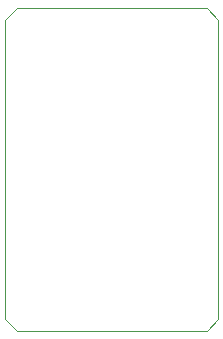
<source format=gbr>
%TF.GenerationSoftware,Altium Limited,Altium Designer,18.1.9 (240)*%
G04 Layer_Color=0*
%FSLAX45Y45*%
%MOMM*%
%TF.FileFunction,Profile,NP*%
%TF.Part,Single*%
G01*
G75*
%TA.AperFunction,Profile*%
%ADD44C,0.02540*%
D44*
X-2340Y100160D02*
Y2637660D01*
X95000Y2735000D01*
X1700320D01*
X1797660Y2637660D01*
Y100160D01*
X1700320Y2820D01*
X95000D01*
X-2340Y100160D01*
%TF.MD5,31850ee45b1b12de16fc3fcd13a23ec5*%
M02*

</source>
